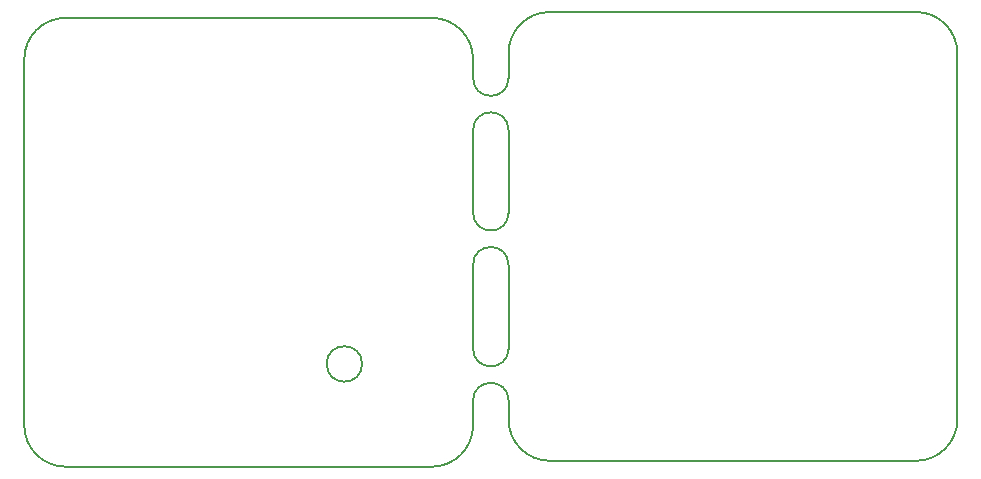
<source format=gbr>
%TF.GenerationSoftware,KiCad,Pcbnew,(5.1.8-0-10_14)*%
%TF.CreationDate,2021-08-18T13:43:03+02:00*%
%TF.ProjectId,ethersweep,65746865-7273-4776-9565-702e6b696361,2.0.1*%
%TF.SameCoordinates,Original*%
%TF.FileFunction,Other,ECO2*%
%FSLAX46Y46*%
G04 Gerber Fmt 4.6, Leading zero omitted, Abs format (unit mm)*
G04 Created by KiCad (PCBNEW (5.1.8-0-10_14)) date 2021-08-18 13:43:03*
%MOMM*%
%LPD*%
G01*
G04 APERTURE LIST*
%TA.AperFunction,Profile*%
%ADD10C,0.150000*%
%TD*%
G04 APERTURE END LIST*
D10*
X198000000Y-81000000D02*
G75*
G02*
X201500000Y-84500000I0J-3500000D01*
G01*
X160500000Y-115500000D02*
X160500000Y-113900000D01*
X163500000Y-86600000D02*
X163500000Y-85000000D01*
X163500000Y-86600000D02*
G75*
G02*
X160500000Y-86600000I-1500000J0D01*
G01*
X163500000Y-115500000D02*
X163500000Y-113900000D01*
X160500000Y-86600000D02*
X160500000Y-85000000D01*
X160500000Y-113900000D02*
G75*
G02*
X163500000Y-113900000I1500000J0D01*
G01*
X163500000Y-98000000D02*
G75*
G02*
X160500000Y-98000000I-1500000J0D01*
G01*
X160500000Y-91000000D02*
G75*
G02*
X163500000Y-91000000I1500000J0D01*
G01*
X163500000Y-98000000D02*
X163500000Y-91000000D01*
X160500000Y-109500000D02*
X160500000Y-102400000D01*
X160500000Y-102400000D02*
G75*
G02*
X163500000Y-102400000I1500000J0D01*
G01*
X160500000Y-98000000D02*
X160500000Y-91000000D01*
X163500000Y-109500000D02*
X163500000Y-102400000D01*
X163500000Y-109500000D02*
G75*
G02*
X160500000Y-109500000I-1500000J0D01*
G01*
X160500000Y-116000000D02*
X160500000Y-115500000D01*
X163500000Y-84500000D02*
X163500000Y-85000000D01*
X151100000Y-110800000D02*
G75*
G03*
X151100000Y-110800000I-1500000J0D01*
G01*
X126000000Y-119500000D02*
G75*
G02*
X122500000Y-116000000I0J3500000D01*
G01*
X126000000Y-119500000D02*
X157000000Y-119500000D01*
X167000000Y-81000000D02*
X198000000Y-81000000D01*
X163500000Y-84500000D02*
G75*
G02*
X167000000Y-81000000I3500000J0D01*
G01*
X201500000Y-115500000D02*
G75*
G02*
X198000000Y-119000000I-3500000J0D01*
G01*
X167000000Y-119000000D02*
G75*
G02*
X163500000Y-115500000I0J3500000D01*
G01*
X167000000Y-119000000D02*
X198000000Y-119000000D01*
X201500000Y-115500000D02*
X201500000Y-84500000D01*
X122500000Y-85000000D02*
X122500000Y-116000000D01*
X160500000Y-116000000D02*
G75*
G02*
X157000000Y-119500000I-3500000J0D01*
G01*
X157000000Y-81500000D02*
G75*
G02*
X160500000Y-85000000I0J-3500000D01*
G01*
X122500000Y-85000000D02*
G75*
G02*
X126000000Y-81500000I3500000J0D01*
G01*
X157000000Y-81500000D02*
X126000000Y-81500000D01*
M02*

</source>
